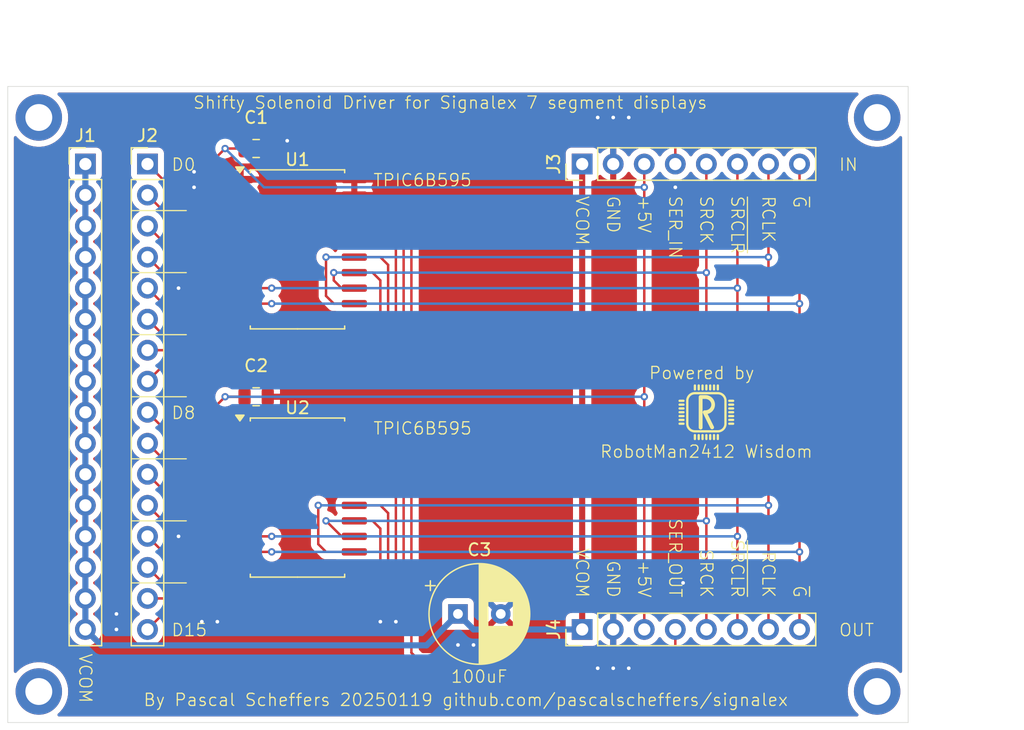
<source format=kicad_pcb>
(kicad_pcb (version 20240108) (generator "pcbnew") (generator_version "8.0")
  (layers (0 "F.Cu" signal) (31 "B.Cu" signal) (34 "B.Paste" user) (35 "F.Paste" user) (36 "B.SilkS" user "B.Silkscreen") (37 "F.SilkS" user "F.Silkscreen") (38 "B.Mask" user) (39 "F.Mask" user) (44 "Edge.Cuts" user))
  (net 0 "")
  (net 1 "+5V")
  (net 2 "GND")
  (net 3 "VCOM")
  (net 4 "Net-(J2-Pin_5)")
  (net 5 "Net-(J2-Pin_3)")
  (net 6 "Net-(J2-Pin_8)")
  (net 7 "Net-(J2-Pin_7)")
  (net 8 "Net-(J2-Pin_1)")
  (net 9 "Net-(J2-Pin_6)")
  (net 10 "Net-(J2-Pin_11)")
  (net 11 "Net-(J2-Pin_13)")
  (net 12 "Net-(J2-Pin_2)")
  (net 13 "Net-(J2-Pin_9)")
  (net 14 "Net-(J2-Pin_4)")
  (net 15 "Net-(J2-Pin_16)")
  (net 16 "Net-(J2-Pin_14)")
  (net 17 "Net-(J2-Pin_12)")
  (net 18 "Net-(J2-Pin_15)")
  (net 19 "Net-(J2-Pin_10)")
  (net 20 "Net-(U1-SER_OUT)")
  (net 21 "/~{G}")
  (net 22 "/SRCK")
  (net 23 "/RCLK")
  (net 24 "/~{SRCLR}")
  (net 25 "/SER_IN")
  (net 26 "/SER_OUT")
  (footprint "Package_SO:SOIC-20W_7.5x12.8mm_P1.27mm" (layer "F.Cu") (at 92.28 79.375)
    (property "Reference" "U2" (at 0 -7.35 0) (layer "F.SilkS"))
    (property "Value" "TPIC6595")
    (pad "1" smd roundrect (at -4.65 -5.715) (size 2.05 0.6) (layers "F.Cu" "F.Paste" "F.Mask") (net 2 "GND"))
    (pad "2" smd roundrect (at -4.65 -4.445) (size 2.05 0.6) (layers "F.Cu" "F.Paste" "F.Mask") (net 1 "+5V"))
    (pad "3" smd roundrect (at -4.65 -3.175) (size 2.05 0.6) (layers "F.Cu" "F.Paste" "F.Mask") (net 20 "Net-(U1-SER_OUT)"))
    (pad "4" smd roundrect (at -4.65 -1.905) (size 2.05 0.6) (layers "F.Cu" "F.Paste" "F.Mask") (net 13 "Net-(J2-Pin_9)"))
    (pad "5" smd roundrect (at -4.65 -0.635) (size 2.05 0.6) (layers "F.Cu" "F.Paste" "F.Mask") (net 19 "Net-(J2-Pin_10)"))
    (pad "6" smd roundrect (at -4.65 0.635) (size 2.05 0.6) (layers "F.Cu" "F.Paste" "F.Mask") (net 10 "Net-(J2-Pin_11)"))
    (pad "7" smd roundrect (at -4.65 1.905) (size 2.05 0.6) (layers "F.Cu" "F.Paste" "F.Mask") (net 17 "Net-(J2-Pin_12)"))
    (pad "8" smd roundrect (at -4.65 3.175) (size 2.05 0.6) (layers "F.Cu" "F.Paste" "F.Mask") (net 24 "/~{SRCLR}"))
    (pad "9" smd roundrect (at -4.65 4.445) (size 2.05 0.6) (layers "F.Cu" "F.Paste" "F.Mask") (net 21 "/~{G}"))
    (pad "10" smd roundrect (at -4.65 5.715) (size 2.05 0.6) (layers "F.Cu" "F.Paste" "F.Mask") (net 2 "GND"))
    (pad "11" smd roundrect (at 4.65 5.715) (size 2.05 0.6) (layers "F.Cu" "F.Paste" "F.Mask") (net 2 "GND"))
    (pad "12" smd roundrect (at 4.65 4.445) (size 2.05 0.6) (layers "F.Cu" "F.Paste" "F.Mask") (net 23 "/RCLK"))
    (pad "13" smd roundrect (at 4.65 3.175) (size 2.05 0.6) (layers "F.Cu" "F.Paste" "F.Mask") (net 22 "/SRCK"))
    (pad "14" smd roundrect (at 4.65 1.905) (size 2.05 0.6) (layers "F.Cu" "F.Paste" "F.Mask") (net 11 "Net-(J2-Pin_13)"))
    (pad "15" smd roundrect (at 4.65 0.635) (size 2.05 0.6) (layers "F.Cu" "F.Paste" "F.Mask") (net 16 "Net-(J2-Pin_14)"))
    (pad "16" smd roundrect (at 4.65 -0.635) (size 2.05 0.6) (layers "F.Cu" "F.Paste" "F.Mask") (net 18 "Net-(J2-Pin_15)"))
    (pad "17" smd roundrect (at 4.65 -1.905) (size 2.05 0.6) (layers "F.Cu" "F.Paste" "F.Mask") (net 15 "Net-(J2-Pin_16)"))
    (pad "18" smd roundrect (at 4.65 -3.175) (size 2.05 0.6) (layers "F.Cu" "F.Paste" "F.Mask") (net 26 "/SER_OUT"))
    (pad "19" smd roundrect (at 4.65 -4.445) (size 2.05 0.6) (layers "F.Cu" "F.Paste" "F.Mask") (net 2 "GND"))
    (pad "20" smd roundrect (at 4.65 -5.715) (size 2.05 0.6) (layers "F.Cu" "F.Paste" "F.Mask") (net 2 "GND"))
  )
  (footprint "Package_SO:SOIC-20W_7.5x12.8mm_P1.27mm" (layer "F.Cu") (at 92.28 59.055)
    (property "Reference" "U1" (at 0 -7.35 360) (layer "F.SilkS"))
    (property "Value" "TPIC6595")
    (pad "1" smd roundrect (at -4.65 -5.715) (size 2.05 0.6) (layers "F.Cu" "F.Paste" "F.Mask") (net 2 "GND"))
    (pad "2" smd roundrect (at -4.65 -4.445) (size 2.05 0.6) (layers "F.Cu" "F.Paste" "F.Mask") (net 1 "+5V"))
    (pad "3" smd roundrect (at -4.65 -3.175) (size 2.05 0.6) (layers "F.Cu" "F.Paste" "F.Mask") (net 25 "/SER_IN"))
    (pad "4" smd roundrect (at -4.65 -1.905) (size 2.05 0.6) (layers "F.Cu" "F.Paste" "F.Mask") (net 8 "Net-(J2-Pin_1)"))
    (pad "5" smd roundrect (at -4.65 -0.635) (size 2.05 0.6) (layers "F.Cu" "F.Paste" "F.Mask") (net 12 "Net-(J2-Pin_2)"))
    (pad "6" smd roundrect (at -4.65 0.635) (size 2.05 0.6) (layers "F.Cu" "F.Paste" "F.Mask") (net 5 "Net-(J2-Pin_3)"))
    (pad "7" smd roundrect (at -4.65 1.905) (size 2.05 0.6) (layers "F.Cu" "F.Paste" "F.Mask") (net 14 "Net-(J2-Pin_4)"))
    (pad "8" smd roundrect (at -4.65 3.175) (size 2.05 0.6) (layers "F.Cu" "F.Paste" "F.Mask") (net 24 "/~{SRCLR}"))
    (pad "9" smd roundrect (at -4.65 4.445) (size 2.05 0.6) (layers "F.Cu" "F.Paste" "F.Mask") (net 21 "/~{G}"))
    (pad "10" smd roundrect (at -4.65 5.715) (size 2.05 0.6) (layers "F.Cu" "F.Paste" "F.Mask") (net 2 "GND"))
    (pad "11" smd roundrect (at 4.65 5.715) (size 2.05 0.6) (layers "F.Cu" "F.Paste" "F.Mask") (net 2 "GND"))
    (pad "12" smd roundrect (at 4.65 4.445) (size 2.05 0.6) (layers "F.Cu" "F.Paste" "F.Mask") (net 23 "/RCLK"))
    (pad "13" smd roundrect (at 4.65 3.175) (size 2.05 0.6) (layers "F.Cu" "F.Paste" "F.Mask") (net 22 "/SRCK"))
    (pad "14" smd roundrect (at 4.65 1.905) (size 2.05 0.6) (layers "F.Cu" "F.Paste" "F.Mask") (net 4 "Net-(J2-Pin_5)"))
    (pad "15" smd roundrect (at 4.65 0.635) (size 2.05 0.6) (layers "F.Cu" "F.Paste" "F.Mask") (net 9 "Net-(J2-Pin_6)"))
    (pad "16" smd roundrect (at 4.65 -0.635) (size 2.05 0.6) (layers "F.Cu" "F.Paste" "F.Mask") (net 7 "Net-(J2-Pin_7)"))
    (pad "17" smd roundrect (at 4.65 -1.905) (size 2.05 0.6) (layers "F.Cu" "F.Paste" "F.Mask") (net 6 "Net-(J2-Pin_8)"))
    (pad "18" smd roundrect (at 4.65 -3.175) (size 2.05 0.6) (layers "F.Cu" "F.Paste" "F.Mask") (net 20 "Net-(U1-SER_OUT)"))
    (pad "19" smd roundrect (at 4.65 -4.445) (size 2.05 0.6) (layers "F.Cu" "F.Paste" "F.Mask") (net 2 "GND"))
    (pad "20" smd roundrect (at 4.65 -5.715) (size 2.05 0.6) (layers "F.Cu" "F.Paste" "F.Mask") (net 2 "GND"))
  )
  (footprint "MountingHole:MountingHole_2.2mm_M2_ISO14580_Pad" (layer "F.Cu") (at 139.7 95.25)
    (property "Reference" "H4" (hide yes))
    (property "Value" "MountingHole_Pad_MP" (hide yes))
    (pad "1" thru_hole circle (at 0 0) (size 3.8 3.8) (drill 2.2) (layers "*.Cu" "*.Mask"))
  )
  (footprint "Capacitor_SMD:C_0805_2012Metric" (layer "F.Cu") (at 88.9 50.8 180)
    (property "Reference" "C1" (at 0 2.54 360) (layer "F.SilkS"))
    (property "Value" "22uF")
    (pad "1" smd roundrect (at -0.95 0 180) (size 1 1.45) (layers "F.Cu" "F.Paste" "F.Mask") (net 2 "GND"))
    (pad "2" smd roundrect (at 0.95 0 180) (size 1 1.45) (layers "F.Cu" "F.Paste" "F.Mask") (net 1 "+5V"))
  )
  (footprint "RobotMan2412:RobotMan2412_5mm" (layer "F.Cu") (at 125.73 72.39)
    (property "Reference" "REF**" (hide yes))
    (property "Value" "RobotMan2412_5mm")
  )
  (footprint "Connector_PinHeader_2.54mm:PinHeader_1x08_P2.54mm_Vertical" (layer "F.Cu") (at 115.57 90.17 90)
    (property "Reference" "J4" (at 0 -2.33 90) (layer "F.SilkS"))
    (property "Value" "Conn_01x08_Socket" (hide yes))
    (pad "1" thru_hole rect (at 0 0 90) (size 1.7 1.7) (drill 1) (layers "*.Cu" "*.Mask") (net 3 "VCOM"))
    (pad "2" thru_hole oval (at 0 2.54 90) (size 1.7 1.7) (drill 1) (layers "*.Cu" "*.Mask") (net 2 "GND"))
    (pad "3" thru_hole oval (at 0 5.08 90) (size 1.7 1.7) (drill 1) (layers "*.Cu" "*.Mask") (net 1 "+5V"))
    (pad "4" thru_hole oval (at 0 7.62 90) (size 1.7 1.7) (drill 1) (layers "*.Cu" "*.Mask") (net 26 "/SER_OUT"))
    (pad "5" thru_hole oval (at 0 10.16 90) (size 1.7 1.7) (drill 1) (layers "*.Cu" "*.Mask") (net 22 "/SRCK"))
    (pad "6" thru_hole oval (at 0 12.7 90) (size 1.7 1.7) (drill 1) (layers "*.Cu" "*.Mask") (net 24 "/~{SRCLR}"))
    (pad "7" thru_hole oval (at 0 15.24 90) (size 1.7 1.7) (drill 1) (layers "*.Cu" "*.Mask") (net 23 "/RCLK"))
    (pad "8" thru_hole oval (at 0 17.78 90) (size 1.7 1.7) (drill 1) (layers "*.Cu" "*.Mask") (net 21 "/~{G}"))
  )
  (footprint "Connector_PinHeader_2.54mm:PinHeader_1x08_P2.54mm_Vertical" (layer "F.Cu") (at 115.57 52.07 90)
    (property "Reference" "J3" (at 0 -2.33 90) (layer "F.SilkS"))
    (property "Value" "Conn_01x08_Socket" (hide yes))
    (pad "1" thru_hole rect (at 0 0 90) (size 1.7 1.7) (drill 1) (layers "*.Cu" "*.Mask") (net 3 "VCOM"))
    (pad "2" thru_hole oval (at 0 2.54 90) (size 1.7 1.7) (drill 1) (layers "*.Cu" "*.Mask") (net 2 "GND"))
    (pad "3" thru_hole oval (at 0 5.08 90) (size 1.7 1.7) (drill 1) (layers "*.Cu" "*.Mask") (net 1 "+5V"))
    (pad "4" thru_hole oval (at 0 7.62 90) (size 1.7 1.7) (drill 1) (layers "*.Cu" "*.Mask") (net 25 "/SER_IN"))
    (pad "5" thru_hole oval (at 0 10.16 90) (size 1.7 1.7) (drill 1) (layers "*.Cu" "*.Mask") (net 22 "/SRCK"))
    (pad "6" thru_hole oval (at 0 12.7 90) (size 1.7 1.7) (drill 1) (layers "*.Cu" "*.Mask") (net 24 "/~{SRCLR}"))
    (pad "7" thru_hole oval (at 0 15.24 90) (size 1.7 1.7) (drill 1) (layers "*.Cu" "*.Mask") (net 23 "/RCLK"))
    (pad "8" thru_hole oval (at 0 17.78 90) (size 1.7 1.7) (drill 1) (layers "*.Cu" "*.Mask") (net 21 "/~{G}"))
  )
  (footprint "MountingHole:MountingHole_2.2mm_M2_ISO14580_Pad" (layer "F.Cu") (at 71.12 48.26)
    (property "Reference" "H2" (hide yes))
    (property "Value" "MountingHole_Pad_MP" (hide yes))
    (pad "1" thru_hole circle (at 0 0) (size 3.8 3.8) (drill 2.2) (layers "*.Cu" "*.Mask"))
  )
  (footprint "Capacitor_SMD:C_0805_2012Metric" (layer "F.Cu") (at 88.9 71.12 180)
    (property "Reference" "C2" (at 0 2.54 360) (layer "F.SilkS"))
    (property "Value" "22uF")
    (pad "1" smd roundrect (at -0.95 0 180) (size 1 1.45) (layers "F.Cu" "F.Paste" "F.Mask") (net 2 "GND"))
    (pad "2" smd roundrect (at 0.95 0 180) (size 1 1.45) (layers "F.Cu" "F.Paste" "F.Mask") (net 1 "+5V"))
  )
  (footprint "Capacitor_THT:CP_Radial_D8.0mm_P3.50mm" (layer "F.Cu") (at 105.41 88.9)
    (property "Reference" "C3" (at 1.75 -5.25 0) (layer "F.SilkS"))
    (property "Value" "100uF")
    (pad "1" thru_hole rect (at 0 0) (size 1.6 1.6) (drill 0.8) (layers "*.Cu" "*.Mask") (net 3 "VCOM"))
    (pad "2" thru_hole circle (at 3.5 0) (size 1.6 1.6) (drill 0.8) (layers "*.Cu" "*.Mask") (net 2 "GND"))
  )
  (footprint "MountingHole:MountingHole_2.2mm_M2_ISO14580_Pad" (layer "F.Cu") (at 71.12 95.25)
    (property "Reference" "H3" (hide yes))
    (property "Value" "MountingHole_Pad_MP" (hide yes))
    (pad "1" thru_hole circle (at 0 0) (size 3.8 3.8) (drill 2.2) (layers "*.Cu" "*.Mask"))
  )
  (footprint "Connector_PinHeader_2.54mm:PinHeader_1x16_P2.54mm_Vertical" (layer "F.Cu") (at 74.93 52.07)
    (property "Reference" "J1" (at 0 -2.33 0) (layer "F.SilkS"))
    (property "Value" "Conn_01x16_Socket" (hide yes))
    (pad "1" thru_hole rect (at 0 0) (size 1.7 1.7) (drill 1) (layers "*.Cu" "*.Mask") (net 3 "VCOM"))
    (pad "2" thru_hole oval (at 0 2.54) (size 1.7 1.7) (drill 1) (layers "*.Cu" "*.Mask") (net 3 "VCOM"))
    (pad "3" thru_hole oval (at 0 5.08) (size 1.7 1.7) (drill 1) (layers "*.Cu" "*.Mask") (net 3 "VCOM"))
    (pad "4" thru_hole oval (at 0 7.62) (size 1.7 1.7) (drill 1) (layers "*.Cu" "*.Mask") (net 3 "VCOM"))
    (pad "5" thru_hole oval (at 0 10.16) (size 1.7 1.7) (drill 1) (layers "*.Cu" "*.Mask") (net 3 "VCOM"))
    (pad "6" thru_hole oval (at 0 12.7) (size 1.7 1.7) (drill 1) (layers "*.Cu" "*.Mask") (net 3 "VCOM"))
    (pad "7" thru_hole oval (at 0 15.24) (size 1.7 1.7) (drill 1) (layers "*.Cu" "*.Mask") (net 3 "VCOM"))
    (pad "8" thru_hole oval (at 0 17.78) (size 1.7 1.7) (drill 1) (layers "*.Cu" "*.Mask") (net 3 "VCOM"))
    (pad "9" thru_hole oval (at 0 20.32) (size 1.7 1.7) (drill 1) (layers "*.Cu" "*.Mask") (net 3 "VCOM"))
    (pad "10" thru_hole oval (at 0 22.86) (size 1.7 1.7) (drill 1) (layers "*.Cu" "*.Mask") (net 3 "VCOM"))
    (pad "11" thru_hole oval (at 0 25.4) (size 1.7 1.7) (drill 1) (layers "*.Cu" "*.Mask") (net 3 "VCOM"))
    (pad "12" thru_hole oval (at 0 27.94) (size 1.7 1.7) (drill 1) (layers "*.Cu" "*.Mask") (net 3 "VCOM"))
    (pad "13" thru_hole oval (at 0 30.48) (size 1.7 1.7) (drill 1) (layers "*.Cu" "*.Mask") (net 3 "VCOM"))
    (pad "14" thru_hole oval (at 0 33.02) (size 1.7 1.7) (drill 1) (layers "*.Cu" "*.Mask") (net 3 "VCOM"))
    (pad "15" thru_hole oval (at 0 35.56) (size 1.7 1.7) (drill 1) (layers "*.Cu" "*.Mask") (net 3 "VCOM"))
    (pad "16" thru_hole oval (at 0 38.1) (size 1.7 1.7) (drill 1) (layers "*.Cu" "*.Mask") (net 3 "VCOM"))
  )
  (footprint "Connector_PinHeader_2.54mm:PinHeader_1x16_P2.54mm_Vertical" (layer "F.Cu") (at 80.01 52.07)
    (property "Reference" "J2" (at 0 -2.33 0) (layer "F.SilkS"))
    (property "Value" "Conn_01x16_Socket" (hide yes))
    (pad "1" thru_hole rect (at 0 0) (size 1.7 1.7) (drill 1) (layers "*.Cu" "*.Mask") (net 8 "Net-(J2-Pin_1)"))
    (pad "2" thru_hole oval (at 0 2.54) (size 1.7 1.7) (drill 1) (layers "*.Cu" "*.Mask") (net 12 "Net-(J2-Pin_2)"))
    (pad "3" thru_hole oval (at 0 5.08) (size 1.7 1.7) (drill 1) (layers "*.Cu" "*.Mask") (net 5 "Net-(J2-Pin_3)"))
    (pad "4" thru_hole oval (at 0 7.62) (size 1.7 1.7) (drill 1) (layers "*.Cu" "*.Mask") (net 14 "Net-(J2-Pin_4)"))
    (pad "5" thru_hole oval (at 0 10.16) (size 1.7 1.7) (drill 1) (layers "*.Cu" "*.Mask") (net 4 "Net-(J2-Pin_5)"))
    (pad "6" thru_hole oval (at 0 12.7) (size 1.7 1.7) (drill 1) (layers "*.Cu" "*.Mask") (net 9 "Net-(J2-Pin_6)"))
    (pad "7" thru_hole oval (at 0 15.24) (size 1.7 1.7) (drill 1) (layers "*.Cu" "*.Mask") (net 7 "Net-(J2-Pin_7)"))
    (pad "8" thru_hole oval (at 0 17.78) (size 1.7 1.7) (drill 1) (layers "*.Cu" "*.Mask") (net 6 "Net-(J2-Pin_8)"))
    (pad "9" thru_hole oval (at 0 20.32) (size 1.7 1.7) (drill 1) (layers "*.Cu" "*.Mask") (net 13 "Net-(J2-Pin_9)"))
    (pad "10" thru_hole oval (at 0 22.86) (size 1.7 1.7) (drill 1) (layers "*.Cu" "*.Mask") (net 19 "Net-(J2-Pin_10)"))
    (pad "11" thru_hole oval (at 0 25.4) (size 1.7 1.7) (drill 1) (layers "*.Cu" "*.Mask") (net 10 "Net-(J2-Pin_11)"))
    (pad "12" thru_hole oval (at 0 27.94) (size 1.7 1.7) (drill 1) (layers "*.Cu" "*.Mask") (net 17 "Net-(J2-Pin_12)"))
    (pad "13" thru_hole oval (at 0 30.48) (size 1.7 1.7) (drill 1) (layers "*.Cu" "*.Mask") (net 11 "Net-(J2-Pin_13)"))
    (pad "14" thru_hole oval (at 0 33.02) (size 1.7 1.7) (drill 1) (layers "*.Cu" "*.Mask") (net 16 "Net-(J2-Pin_14)"))
    (pad "15" thru_hole oval (at 0 35.56) (size 1.7 1.7) (drill 1) (layers "*.Cu" "*.Mask") (net 18 "Net-(J2-Pin_15)"))
    (pad "16" thru_hole oval (at 0 38.1) (size 1.7 1.7) (drill 1) (layers "*.Cu" "*.Mask") (net 15 "Net-(J2-Pin_16)"))
  )
  (footprint "MountingHole:MountingHole_2.2mm_M2_ISO14580_Pad" (layer "F.Cu") (at 139.7 48.26)
    (property "Reference" "H1" (hide yes))
    (property "Value" "MountingHole_Pad_MP" (hide yes))
    (pad "1" thru_hole circle (at 0 0) (size 3.8 3.8) (drill 2.2) (layers "*.Cu" "*.Mask"))
  )
  (gr_line (start 78.74 55.88) (end 83.185 55.88) (stroke (width 0.1)) (layer "F.SilkS"))
  (gr_line (start 78.74 86.36) (end 83.185 86.36) (stroke (width 0.1)) (layer "F.SilkS"))
  (gr_line (start 78.74 60.96) (end 83.185 60.96) (stroke (width 0.1)) (layer "F.SilkS"))
  (gr_line (start 78.74 81.28) (end 83.185 81.28) (stroke (width 0.1)) (layer "F.SilkS"))
  (gr_line (start 78.74 76.2) (end 83.185 76.2) (stroke (width 0.1)) (layer "F.SilkS"))
  (gr_line (start 78.74 66.04) (end 83.185 66.04) (stroke (width 0.1)) (layer "F.SilkS"))
  (gr_line (start 78.74 71.12) (end 83.185 71.12) (stroke (width 0.1)) (layer "F.SilkS"))
  (gr_line (start 142.24 45.72) (end 142.24 97.79) (stroke (width 0.05)) (layer "Edge.Cuts"))
  (gr_line (start 142.24 97.79) (end 68.58 97.79) (stroke (width 0.05)) (layer "Edge.Cuts"))
  (gr_line (start 68.58 45.72) (end 142.24 45.72) (stroke (width 0.05)) (layer "Edge.Cuts"))
  (gr_line (start 68.58 97.79) (end 68.58 45.72) (stroke (width 0.05)) (layer "Edge.Cuts"))
  (gr_text "~{G}" (at 133.35 54.61 -90) (layer "F.SilkS") (effects (font (size 1 1) (thickness 0.1)) (justify left)))
  (gr_text "SER_IN" (at 123.19 54.61 270) (layer "F.SilkS") (effects (font (size 1 1) (thickness 0.1)) (justify left)))
  (gr_text "Powered by \n\n\n\nRobotMan2412 Wisdom" (at 125.73 76.2 0) (layer "F.SilkS") (effects (font (size 1 1) (thickness 0.1)) (justify bottom)))
  (gr_text "~{G}" (at 133.35 87.63 270) (layer "F.SilkS") (effects (font (size 1 1) (thickness 0.1)) (justify right)))
  (gr_text "D15" (at 81.915 90.805 0) (layer "F.SilkS") (effects (font (size 1 1) (thickness 0.1)) (justify left bottom)))
  (gr_text "GND" (at 118.11 54.61 270) (layer "F.SilkS") (effects (font (size 1 1) (thickness 0.1)) (justify left)))
  (gr_text "TPIC6B595" (at 98.425 74.295 0) (layer "F.SilkS") (effects (font (size 1 1) (thickness 0.1)) (justify left bottom)))
  (gr_text "D0" (at 81.915 52.705 0) (layer "F.SilkS") (effects (font (size 1 1) (thickness 0.1)) (justify left bottom)))
  (gr_text "TPIC6B595" (at 98.425 53.975 0) (layer "F.SilkS") (effects (font (size 1 1) (thickness 0.1)) (justify left bottom)))
  (gr_text "VCOM" (at 115.57 54.61 270) (layer "F.SilkS") (effects (font (size 1 1) (thickness 0.1)) (justify left)))
  (gr_text "+5V" (at 120.65 54.61 270) (layer "F.SilkS") (effects (font (size 1 1) (thickness 0.1)) (justify left)))
  (gr_text "+5V" (at 120.65 87.63 270) (layer "F.SilkS") (effects (font (size 1 1) (thickness 0.1)) (justify right)))
  (gr_text "~{SRCLR}" (at 128.27 87.63 270) (layer "F.SilkS") (effects (font (size 1 1) (thickness 0.1)) (justify right)))
  (gr_text "~{SRCLR}" (at 128.27 54.61 270) (layer "F.SilkS") (effects (font (size 1 1) (thickness 0.1)) (justify left)))
  (gr_text "Shifty Solenoid Driver for Signalex 7 segment displays" (at 104.775 47.625 0) (layer "F.SilkS") (effects (font (size 1 1) (thickness 0.1)) (justify bottom)))
  (gr_text "IN\n" (at 136.525 52.705 0) (layer "F.SilkS") (effects (font (size 1 1) (thickness 0.1)) (justify left bottom)))
  (gr_text "VCOM" (at 115.57 87.63 270) (layer "F.SilkS") (effects (font (size 1 1) (thickness 0.1)) (justify right)))
  (gr_text "RCLK\n" (at 130.81 54.61 270) (layer "F.SilkS") (effects (font (size 1 1) (thickness 0.1)) (justify left)))
  (gr_text "SER_OUT" (at 123.19 87.63 270) (layer "F.SilkS") (effects (font (size 1 1) (thickness 0.1)) (justify right)))
  (gr_text "RCLK\n" (at 130.81 87.63 270) (layer "F.SilkS") (effects (font (size 1 1) (thickness 0.1)) (justify right)))
  (gr_text "SRCK" (at 125.73 87.63 270) (layer "F.SilkS") (effects (font (size 1 1) (thickness 0.1)) (justify right)))
  (gr_text "100uF" (at 104.775 94.615 0) (layer "F.SilkS") (effects (font (size 1 1) (thickness 0.1)) (justify left bottom)))
  (gr_text "GND" (at 118.11 87.63 270) (layer "F.SilkS") (effects (font (size 1 1) (thickness 0.1)) (justify right)))
  (gr_text "SRCK" (at 125.73 54.61 270) (layer "F.SilkS") (effects (font (size 1 1) (thickness 0.1)) (justify left)))
  (gr_text "OUT" (at 136.525 90.805 0) (layer "F.SilkS") (effects (font (size 1 1) (thickness 0.1)) (justify left bottom)))
  (gr_text "VCOM" (at 74.93 92.075 -90) (layer "F.SilkS") (effects (font (size 1 1) (thickness 0.1)) (justify left)))
  (gr_text "By Pascal Scheffers 20250119 github.com/pascalscheffers/signalex" (at 106.045 96.52 0) (layer "F.SilkS") (effects (font (size 1 1) (thickness 0.1)) (justify bottom)))
  (gr_text "D8" (at 81.915 73.025 0) (layer "F.SilkS") (effects (font (size 1 1) (thickness 0.1)) (justify left bottom)))
  (segment (start 120.65 53.975) (end 120.65 71.12) (width 0.2) (layer "F.Cu") (net 1))
  (segment (start 120.65 52.07) (end 120.65 53.975) (width 0.2) (layer "F.Cu") (net 1))
  (segment (start 85.725 51.435) (end 86.36 50.8) (width 0.2) (layer "F.Cu") (net 1))
  (segment (start 86.36 71.12) (end 87.95 71.12) (width 0.2) (layer "F.Cu") (net 1))
  (segment (start 85.725 53.975) (end 85.725 51.435) (width 0.2) (layer "F.Cu") (net 1))
  (segment (start 85.725 71.755) (end 86.36 71.12) (width 0.2) (layer "F.Cu") (net 1))
  (segment (start 86.36 74.93) (end 85.725 74.295) (width 0.2) (layer "F.Cu") (net 1))
  (segment (start 87.63 74.93) (end 86.36 74.93) (width 0.2) (layer "F.Cu") (net 1))
  (segment (start 120.65 71.12) (end 120.65 90.17) (width 0.2) (layer "F.Cu") (net 1))
  (segment (start 85.725 74.295) (end 85.725 71.755) (width 0.2) (layer "F.Cu") (net 1))
  (segment (start 86.36 54.61) (end 85.725 53.975) (width 0.2) (layer "F.Cu") (net 1))
  (segment (start 86.36 50.8) (end 87.95 50.8) (width 0.2) (layer "F.Cu") (net 1))
  (segment (start 87.63 54.61) (end 86.36 54.61) (width 0.2) (layer "F.Cu") (net 1))
  (via (at 86.36 71.12) (size 0.6) (drill 0.3) (layers "F.Cu" "B.Cu") (net 1))
  (via (at 86.36 50.8) (size 0.6) (drill 0.3) (layers "F.Cu" "B.Cu") (net 1))
  (via (at 120.65 71.12) (size 0.6) (drill 0.3) (layers "F.Cu" "B.Cu") (net 1))
  (via (at 120.65 53.975) (size 0.6) (drill 0.3) (layers "F.Cu" "B.Cu") (net 1))
  (segment (start 120.65 53.975) (end 89.535 53.975) (width 0.2) (layer "B.Cu") (net 1))
  (segment (start 86.36 71.12) (end 120.65 71.12) (width 0.2) (layer "B.Cu") (net 1))
  (segment (start 89.535 53.975) (end 86.36 50.8) (width 0.2) (layer "B.Cu") (net 1))
  (via (at 99.06 89.535) (size 0.6) (drill 0.3) (layers "F.Cu" "B.Cu") (net 2))
  (via (at 91.44 50.165) (size 0.6) (drill 0.3) (layers "F.Cu" "B.Cu") (net 2))
  (via (at 123.825 86.36) (size 0.6) (drill 0.3) (layers "F.Cu" "B.Cu") (net 2))
  (via (at 123.19 53.975) (size 0.6) (drill 0.3) (layers "F.Cu" "B.Cu") (net 2))
  (via (at 105.41 91.44) (size 0.6) (drill 0.3) (layers "F.Cu" "B.Cu") (net 2))
  (via (at 77.47 90.17) (size 0.6) (drill 0.3) (layers "F.Cu" "B.Cu") (net 2))
  (via (at 77.47 88.9) (size 0.6) (drill 0.3) (layers "F.Cu" "B.Cu") (net 2))
  (via (at 118.11 93.345) (size 0.6) (drill 0.3) (layers "F.Cu" "B.Cu") (net 2))
  (via (at 84.455 89.535) (size 0.6) (drill 0.3) (layers "F.Cu" "B.Cu") (net 2))
  (via (at 116.84 93.345) (size 0.6) (drill 0.3) (layers "F.Cu" "B.Cu") (net 2))
  (via (at 116.84 48.26) (size 0.6) (drill 0.3) (layers "F.Cu" "B.Cu") (net 2))
  (via (at 118.11 48.26) (size 0.6) (drill 0.3) (layers "F.Cu" "B.Cu") (net 2))
  (via (at 82.55 62.23) (size 0.6) (drill 0.3) (layers "F.Cu" "B.Cu") (net 2))
  (via (at 83.82 52.705) (size 0.6) (drill 0.3) (layers "F.Cu" "B.Cu") (net 2))
  (via (at 85.725 89.535) (size 0.6) (drill 0.3) (layers "F.Cu" "B.Cu") (net 2))
  (via (at 106.68 91.44) (size 0.6) (drill 0.3) (layers "F.Cu" "B.Cu") (net 2))
  (via (at 83.82 53.975) (size 0.6) (drill 0.3) (layers "F.Cu" "B.Cu") (net 2))
  (via (at 100.33 89.535) (size 0.6) (drill 0.3) (layers "F.Cu" "B.Cu") (net 2))
  (via (at 119.38 93.345) (size 0.6) (drill 0.3) (layers "F.Cu" "B.Cu") (net 2))
  (via (at 82.55 82.55) (size 0.6) (drill 0.3) (layers "F.Cu" "B.Cu") (net 2))
  (via (at 119.38 48.26) (size 0.6) (drill 0.3) (layers "F.Cu" "B.Cu") (net 2))
  (segment (start 115.57 52.07) (end 115.57 90.17) (width 0.5) (layer "F.Cu") (net 3))
  (segment (start 76.23 91.47) (end 74.93 90.17) (width 0.5) (layer "B.Cu") (net 3))
  (segment (start 102.84 91.47) (end 76.23 91.47) (width 0.5) (layer "B.Cu") (net 3))
  (segment (start 105.41 88.9) (end 102.84 91.47) (width 0.5) (layer "B.Cu") (net 3))
  (segment (start 106.68 90.17) (end 105.41 88.9) (width 0.5) (layer "B.Cu") (net 3))
  (segment (start 74.93 90.17) (end 74.93 52.07) (width 0.5) (layer "B.Cu") (net 3))
  (segment (start 115.57 90.17) (end 106.68 90.17) (width 0.5) (layer "B.Cu") (net 3))
  (segment (start 98.425 66.04) (end 99.06 65.405) (width 0.2) (layer "F.Cu") (net 4))
  (segment (start 99.06 65.405) (end 99.06 61.595) (width 0.2) (layer "F.Cu") (net 4))
  (segment (start 98.425 60.96) (end 96.93 60.96) (width 0.2) (layer "F.Cu") (net 4))
  (segment (start 99.06 61.595) (end 98.425 60.96) (width 0.2) (layer "F.Cu") (net 4))
  (segment (start 80.01 62.23) (end 83.82 66.04) (width 0.2) (layer "F.Cu") (net 4))
  (segment (start 83.82 66.04) (end 98.425 66.04) (width 0.2) (layer "F.Cu") (net 4))
  (segment (start 82.55 59.69) (end 87.63 59.69) (width 0.2) (layer "F.Cu") (net 5))
  (segment (start 80.01 57.15) (end 82.55 59.69) (width 0.2) (layer "F.Cu") (net 5))
  (segment (start 100.33 67.945) (end 100.965 67.31) (width 0.2) (layer "F.Cu") (net 6))
  (segment (start 100.965 67.31) (end 100.965 57.785) (width 0.2) (layer "F.Cu") (net 6))
  (segment (start 80.01 69.85) (end 81.915 67.945) (width 0.2) (layer "F.Cu") (net 6))
  (segment (start 81.915 67.945) (end 100.33 67.945) (width 0.2) (layer "F.Cu") (net 6))
  (segment (start 100.33 57.15) (end 96.93 57.15) (width 0.2) (layer "F.Cu") (net 6))
  (segment (start 100.965 57.785) (end 100.33 57.15) (width 0.2) (layer "F.Cu") (net 6))
  (segment (start 99.695 58.42) (end 96.93 58.42) (width 0.2) (layer "F.Cu") (net 7))
  (segment (start 100.33 66.675) (end 100.33 59.055) (width 0.2) (layer "F.Cu") (net 7))
  (segment (start 100.33 59.055) (end 99.695 58.42) (width 0.2) (layer "F.Cu") (net 7))
  (segment (start 99.695 67.31) (end 100.33 66.675) (width 0.2) (layer "F.Cu") (net 7))
  (segment (start 80.01 67.31) (end 99.695 67.31) (width 0.2) (layer "F.Cu") (net 7))
  (segment (start 85.09 57.15) (end 87.63 57.15) (width 0.2) (layer "F.Cu") (net 8))
  (segment (start 80.01 52.07) (end 85.09 57.15) (width 0.2) (layer "F.Cu") (net 8))
  (segment (start 99.06 66.675) (end 99.695 66.04) (width 0.2) (layer "F.Cu") (net 9))
  (segment (start 99.695 60.325) (end 99.06 59.69) (width 0.2) (layer "F.Cu") (net 9))
  (segment (start 80.01 64.77) (end 81.915 66.675) (width 0.2) (layer "F.Cu") (net 9))
  (segment (start 99.06 59.69) (end 96.93 59.69) (width 0.2) (layer "F.Cu") (net 9))
  (segment (start 99.695 66.04) (end 99.695 60.325) (width 0.2) (layer "F.Cu") (net 9))
  (segment (start 81.915 66.675) (end 99.06 66.675) (width 0.2) (layer "F.Cu") (net 9))
  (segment (start 80.01 77.47) (end 82.55 80.01) (width 0.2) (layer "F.Cu") (net 10))
  (segment (start 82.55 80.01) (end 87.63 80.01) (width 0.2) (layer "F.Cu") (net 10))
  (segment (start 98.425 86.36) (end 99.06 85.725) (width 0.2) (layer "F.Cu") (net 11))
  (segment (start 99.06 81.915) (end 98.425 81.28) (width 0.2) (layer "F.Cu") (net 11))
  (segment (start 83.82 86.36) (end 98.425 86.36) (width 0.2) (layer "F.Cu") (net 11))
  (segment (start 80.01 82.55) (end 83.82 86.36) (width 0.2) (layer "F.Cu") (net 11))
  (segment (start 99.06 85.725) (end 99.06 81.915) (width 0.2) (layer "F.Cu") (net 11))
  (segment (start 98.425 81.28) (end 96.93 81.28) (width 0.2) (layer "F.Cu") (net 11))
  (segment (start 83.82 58.42) (end 87.63 58.42) (width 0.2) (layer "F.Cu") (net 12))
  (segment (start 80.01 54.61) (end 83.82 58.42) (width 0.2) (layer "F.Cu") (net 12))
  (segment (start 80.01 72.39) (end 85.09 77.47) (width 0.2) (layer "F.Cu") (net 13))
  (segment (start 85.09 77.47) (end 87.63 77.47) (width 0.2) (layer "F.Cu") (net 13))
  (segment (start 81.28 60.96) (end 87.63 60.96) (width 0.2) (layer "F.Cu") (net 14))
  (segment (start 80.01 59.69) (end 81.28 60.96) (width 0.2) (layer "F.Cu") (net 14))
  (segment (start 100.33 88.265) (end 100.965 87.63) (width 0.2) (layer "F.Cu") (net 15))
  (segment (start 100.965 78.105) (end 100.33 77.47) (width 0.2) (layer "F.Cu") (net 15))
  (segment (start 100.33 77.47) (end 96.93 77.47) (width 0.2) (layer "F.Cu") (net 15))
  (segment (start 100.965 87.63) (end 100.965 78.105) (width 0.2) (layer "F.Cu") (net 15))
  (segment (start 80.01 90.17) (end 81.915 88.265) (width 0.2) (layer "F.Cu") (net 15))
  (segment (start 81.915 88.265) (end 100.33 88.265) (width 0.2) (layer "F.Cu") (net 15))
  (segment (start 99.695 80.645) (end 99.06 80.01) (width 0.2) (layer "F.Cu") (net 16))
  (segment (start 81.915 86.995) (end 99.06 86.995) (width 0.2) (layer "F.Cu") (net 16))
  (segment (start 99.06 80.01) (end 96.93 80.01) (width 0.2) (layer "F.Cu") (net 16))
  (segment (start 80.01 85.09) (end 81.915 86.995) (width 0.2) (layer "F.Cu") (net 16))
  (segment (start 99.695 86.36) (end 99.695 80.645) (width 0.2) (layer "F.Cu") (net 16))
  (segment (start 99.06 86.995) (end 99.695 86.36) (width 0.2) (layer "F.Cu") (net 16))
  (segment (start 80.01 80.01) (end 81.28 81.28) (width 0.2) (layer "F.Cu") (net 17))
  (segment (start 81.28 81.28) (end 87.63 81.28) (width 0.2) (layer "F.Cu") (net 17))
  (segment (start 99.695 87.63) (end 100.33 86.995) (width 0.2) (layer "F.Cu") (net 18))
  (segment (start 80.01 87.63) (end 99.695 87.63) (width 0.2) (layer "F.Cu") (net 18))
  (segment (start 100.33 86.995) (end 100.33 79.375) (width 0.2) (layer "F.Cu") (net 18))
  (segment (start 100.33 79.375) (end 99.695 78.74) (width 0.2) (layer "F.Cu") (net 18))
  (segment (start 99.695 78.74) (end 96.93 78.74) (width 0.2) (layer "F.Cu") (net 18))
  (segment (start 83.82 78.74) (end 87.63 78.74) (width 0.2) (layer "F.Cu") (net 19))
  (segment (start 80.01 74.93) (end 83.82 78.74) (width 0.2) (layer "F.Cu") (net 19))
  (segment (start 96.93 55.88) (end 100.965 55.88) (width 0.2) (layer "F.Cu") (net 20))
  (segment (start 84.455 75.565) (end 85.09 76.2) (width 0.2) (layer "F.Cu") (net 20))
  (segment (start 101.6 56.515) (end 101.6 67.945) (width 0.2) (layer "F.Cu") (net 20))
  (segment (start 101.6 67.945) (end 100.965 68.58) (width 0.2) (layer "F.Cu") (net 20))
  (segment (start 85.09 68.58) (end 84.455 69.215) (width 0.2) (layer "F.Cu") (net 20))
  (segment (start 85.09 76.2) (end 87.63 76.2) (width 0.2) (layer "F.Cu") (net 20))
  (segment (start 100.965 68.58) (end 85.09 68.58) (width 0.2) (layer "F.Cu") (net 20))
  (segment (start 84.455 69.215) (end 84.455 75.565) (width 0.2) (layer "F.Cu") (net 20))
  (segment (start 100.965 55.88) (end 101.6 56.515) (width 0.2) (layer "F.Cu") (net 20))
  (segment (start 133.35 52.07) (end 133.35 63.5) (width 0.2) (layer "F.Cu") (net 21))
  (segment (start 87.63 83.82) (end 90.17 83.82) (width 0.2) (layer "F.Cu") (net 21))
  (segment (start 133.35 63.5) (end 133.35 83.82) (width 0.2) (layer "F.Cu") (net 21))
  (segment (start 87.63 63.5) (end 90.17 63.5) (width 0.2) (layer "F.Cu") (net 21))
  (segment (start 133.35 83.82) (end 133.35 90.17) (width 0.2) (layer "F.Cu") (net 21))
  (via (at 133.35 83.82) (size 0.6) (drill 0.3) (layers "F.Cu" "B.Cu") (net 21))
  (via (at 90.17 83.82) (size 0.6) (drill 0.3) (layers "F.Cu" "B.Cu") (net 21))
  (via (at 90.17 63.5) (size 0.6) (drill 0.3) (layers "F.Cu" "B.Cu") (net 21))
  (via (at 133.35 63.5) (size 0.6) (drill 0.3) (layers "F.Cu" "B.Cu") (net 21))
  (segment (start 90.17 83.82) (end 133.35 83.82) (width 0.2) (layer "B.Cu") (net 21))
  (segment (start 90.17 63.5) (end 133.35 63.5) (width 0.2) (layer "B.Cu") (net 21))
  (segment (start 95.885 82.55) (end 94.615 81.28) (width 0.2) (layer "F.Cu") (net 22))
  (segment (start 125.73 60.96) (end 125.73 81.28) (width 0.2) (layer "F.Cu") (net 22))
  (segment (start 95.885 62.23) (end 95.25 61.595) (width 0.2) (layer "F.Cu") (net 22))
  (segment (start 125.73 52.07) (end 125.73 60.96) (width 0.2) (layer "F.Cu") (net 22))
  (segment (start 96.93 62.23) (end 95.885 62.23) (width 0.2) (layer "F.Cu") (net 22))
  (segment (start 95.25 61.595) (end 95.25 60.96) (width 0.2) (layer "F.Cu") (net 22))
  (segment (start 96.93 82.55) (end 95.885 82.55) (width 0.2) (layer "F.Cu") (net 22))
  (segment (start 125.73 81.28) (end 125.73 90.17) (width 0.2) (layer "F.Cu") (net 22))
  (via (at 95.25 60.96) (size 0.6) (drill 0.3) (layers "F.Cu" "B.Cu") (net 22))
  (via (at 94.615 81.28) (size 0.6) (drill 0.3) (layers "F.Cu" "B.Cu") (net 22))
  (via (at 125.73 60.96) (size 0.6) (drill 0.3) (layers "F.Cu" "B.Cu") (net 22))
  (via (at 125.73 81.28) (size 0.6) (drill 0.3) (layers "F.Cu" "B.Cu") (net 22))
  (segment (start 95.25 60.96) (end 125.73 60.96) (width 0.2) (layer "B.Cu") (net 22))
  (segment (start 94.615 81.28) (end 125.73 81.28) (width 0.2) (layer "B.Cu") (net 22))
  (segment (start 130.81 59.69) (end 130.81 90.17) (width 0.2) (layer "F.Cu") (net 23))
  (segment (start 93.98 80.01) (end 93.98 83.185) (width 0.2) (layer "F.Cu") (net 23))
  (segment (start 96.93 63.5) (end 95.25 63.5) (width 0.2) (layer "F.Cu") (net 23))
  (segment (start 93.98 83.185) (end 94.615 83.82) (width 0.2) (layer "F.Cu") (net 23))
  (segment (start 94.615 62.865) (end 94.615 59.69) (width 0.2) (layer "F.Cu") (net 23))
  (segment (start 94.615 83.82) (end 96.93 83.82) (width 0.2) (layer "F.Cu") (net 23))
  (segment (start 95.25 63.5) (end 94.615 62.865) (width 0.2) (layer "F.Cu") (net 23))
  (segment (start 130.81 52.07) (end 130.81 59.69) (width 0.2) (layer "F.Cu") (net 23))
  (via (at 130.81 59.69) (size 0.6) (drill 0.3) (layers "F.Cu" "B.Cu") (net 23))
  (via (at 130.81 80.01) (size 0.6) (drill 0.3) (layers "F.Cu" "B.Cu") (net 23))
  (via (at 93.98 80.01) (size 0.6) (drill 0.3) (layers "F.Cu" "B.Cu") (net 23))
  (via (at 94.615 59.69) (size 0.6) (drill 0.3) (layers "F.Cu" "B.Cu") (net 23))
  (segment (start 94.615 59.69) (end 130.81 59.69) (width 0.2) (layer "B.Cu") (net 23))
  (segment (start 93.98 80.01) (end 130.81 80.01) (width 0.2) (layer "B.Cu") (net 23))
  (segment (start 128.27 52.07) (end 128.27 62.23) (width 0.2) (layer "F.Cu") (net 24))
  (segment (start 128.27 62.23) (end 128.27 82.55) (width 0.2) (layer "F.Cu") (net 24))
  (segment (start 87.63 82.55) (end 90.17 82.55) (width 0.2) (layer "F.Cu") (net 24))
  (segment (start 87.63 62.23) (end 90.17 62.23) (width 0.2) (layer "F.Cu") (net 24))
  (segment (start 128.27 82.55) (end 128.27 90.17) (width 0.2) (layer "F.Cu") (net 24))
  (via (at 90.17 82.55) (size 0.6) (drill 0.3) (layers "F.Cu" "B.Cu") (net 24))
  (via (at 90.17 62.23) (size 0.6) (drill 0.3) (layers "F.Cu" "B.Cu") (net 24))
  (via (at 128.27 62.23) (size 0.6) (drill 0.3) (layers "F.Cu" "B.Cu") (net 24))
  (via (at 128.27 82.55) (size 0.6) (drill 0.3) (layers "F.Cu" "B.Cu") (net 24))
  (segment (start 90.17 82.55) (end 128.27 82.55) (width 0.2) (layer "B.Cu") (net 24))
  (segment (start 90.17 62.23) (end 128.27 62.23) (width 0.2) (layer "B.Cu") (net 24))
  (segment (start 85.09 49.53) (end 85.725 48.895) (width 0.2) (layer "F.Cu") (net 25))
  (segment (start 122.555 48.895) (end 123.19 49.53) (width 0.2) (layer "F.Cu") (net 25))
  (segment (start 87.63 55.88) (end 85.725 55.88) (width 0.2) (layer "F.Cu") (net 25))
  (segment (start 85.725 55.88) (end 85.09 55.245) (width 0.2) (layer "F.Cu") (net 25))
  (segment (start 85.725 48.895) (end 122.555 48.895) (width 0.2) (layer "F.Cu") (net 25))
  (segment (start 85.09 55.245) (end 85.09 49.53) (width 0.2) (layer "F.Cu") (net 25))
  (segment (start 123.19 49.53) (end 123.19 52.07) (width 0.2) (layer "F.Cu") (net 25))
  (segment (start 123.19 90.17) (end 123.19 92.075) (width 0.2) (layer "F.Cu") (net 26))
  (segment (start 122.555 92.71) (end 102.235 92.71) (width 0.2) (layer "F.Cu") (net 26))
  (segment (start 123.19 92.075) (end 122.555 92.71) (width 0.2) (layer "F.Cu") (net 26))
  (segment (start 101.6 92.075) (end 101.6 76.835) (width 0.2) (layer "F.Cu") (net 26))
  (segment (start 101.6 76.835) (end 100.965 76.2) (width 0.2) (layer "F.Cu") (net 26))
  (segment (start 102.235 92.71) (end 101.6 92.075) (width 0.2) (layer "F.Cu") (net 26))
  (segment (start 100.965 76.2) (end 96.93 76.2) (width 0.2) (layer "F.Cu") (net 26))
  (zone (net 2) (net_name "GND") (layers "F&B.Cu") (connect_pads (clearance 0.5)) (min_thickness 0.25) (fill yes (thermal_gap 0.5) (thermal_bridge_width 0.5))
    (polygon (pts (xy 67.945 45.085) (xy 142.875 45.085) (xy 142.875 98.425) (xy 67.945 98.425)))
  )
)
</source>
